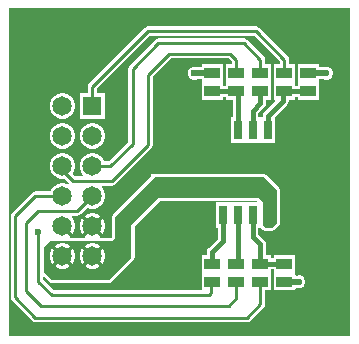
<source format=gtl>
G04*
G04 #@! TF.GenerationSoftware,Altium Limited,Altium Designer,23.4.1 (23)*
G04*
G04 Layer_Physical_Order=1*
G04 Layer_Color=255*
%FSLAX43Y43*%
%MOMM*%
G71*
G04*
G04 #@! TF.SameCoordinates,B8DC0AD9-165B-4E50-B3CF-A5D0C9A40CC4*
G04*
G04*
G04 #@! TF.FilePolarity,Positive*
G04*
G01*
G75*
%ADD12R,0.650X1.650*%
%ADD13R,1.350X0.950*%
%ADD14R,1.456X1.305*%
%ADD19C,0.254*%
%ADD20C,0.500*%
%ADD21C,0.400*%
%ADD22C,1.650*%
%ADD23R,1.650X1.650*%
%ADD24C,0.600*%
G36*
X54732Y74656D02*
X25786D01*
Y102433D01*
X54732D01*
Y74656D01*
D02*
G37*
%LPC*%
G36*
X46736Y100845D02*
X37592D01*
X37443Y100816D01*
X37317Y100732D01*
X32618Y96033D01*
X32534Y95907D01*
X32505Y95758D01*
Y95186D01*
X31814D01*
Y93028D01*
X33972D01*
Y95186D01*
X33281D01*
Y95597D01*
X37753Y100069D01*
X46575D01*
X48761Y97883D01*
Y97630D01*
X48220D01*
Y96207D01*
X48220Y96172D01*
Y96080D01*
X48220Y96045D01*
Y94622D01*
X48335D01*
X48384Y94505D01*
X47452Y93573D01*
X47352Y93423D01*
X47317Y93246D01*
X47237Y93154D01*
X47188D01*
X47173Y93154D01*
X47061D01*
X46945Y93217D01*
Y93534D01*
X47444Y94034D01*
X47444Y94034D01*
X47545Y94184D01*
X47580Y94361D01*
Y94622D01*
X48046D01*
Y96045D01*
X48046Y96080D01*
Y96172D01*
X48046Y96207D01*
Y97630D01*
X47505D01*
Y98044D01*
X47476Y98193D01*
X47392Y98319D01*
X45995Y99716D01*
X45869Y99800D01*
X45720Y99829D01*
X38481D01*
X38332Y99800D01*
X38206Y99716D01*
X36047Y97557D01*
X35963Y97431D01*
X35934Y97282D01*
Y91093D01*
X34256Y89415D01*
X33906D01*
X33898Y89443D01*
X33756Y89690D01*
X33556Y89890D01*
X33309Y90032D01*
X33035Y90106D01*
X32751D01*
X32477Y90032D01*
X32230Y89890D01*
X32030Y89690D01*
X31888Y89443D01*
X31814Y89169D01*
Y88885D01*
X31888Y88611D01*
X32030Y88364D01*
X32122Y88272D01*
X32069Y88145D01*
X31403D01*
X31200Y88348D01*
X31216Y88364D01*
X31358Y88611D01*
X31432Y88885D01*
Y89169D01*
X31358Y89443D01*
X31216Y89690D01*
X31016Y89890D01*
X30769Y90032D01*
X30495Y90106D01*
X30211D01*
X29937Y90032D01*
X29690Y89890D01*
X29490Y89690D01*
X29348Y89443D01*
X29274Y89169D01*
Y88885D01*
X29348Y88611D01*
X29490Y88364D01*
X29690Y88164D01*
X29937Y88022D01*
X30211Y87948D01*
X30495D01*
X30500Y87949D01*
X30867Y87583D01*
X30789Y87481D01*
X30769Y87492D01*
X30495Y87566D01*
X30211D01*
X29937Y87492D01*
X29690Y87350D01*
X29490Y87150D01*
X29348Y86903D01*
X29340Y86875D01*
X28067D01*
X27918Y86846D01*
X27792Y86762D01*
X26064Y85034D01*
X25980Y84908D01*
X25951Y84759D01*
Y77928D01*
X25980Y77779D01*
X26064Y77653D01*
X27792Y75925D01*
X27918Y75841D01*
X28067Y75812D01*
X45974D01*
X46123Y75841D01*
X46249Y75925D01*
X47392Y77068D01*
X47476Y77194D01*
X47505Y77343D01*
Y78493D01*
X48046D01*
Y79951D01*
X48046D01*
Y80043D01*
X48046D01*
Y80309D01*
X48220D01*
Y80078D01*
X48220Y80043D01*
Y79951D01*
X48220Y79916D01*
Y78493D01*
X50078D01*
Y78626D01*
X50205Y78691D01*
X50258Y78669D01*
X50478D01*
X50682Y78753D01*
X50838Y78909D01*
X50922Y79112D01*
Y79333D01*
X50838Y79536D01*
X50682Y79692D01*
X50478Y79777D01*
X50258D01*
X50205Y79755D01*
X50078Y79820D01*
X50078Y80043D01*
X50078Y80078D01*
Y81501D01*
X48220D01*
Y81235D01*
X48046D01*
Y81501D01*
X47580D01*
Y82423D01*
X47545Y82600D01*
X47444Y82750D01*
X47444Y82750D01*
X46945Y83250D01*
Y83770D01*
X47026Y83788D01*
X47072Y83794D01*
X47180Y83776D01*
X47188Y83764D01*
X47297Y83655D01*
X47318Y83641D01*
X47336Y83623D01*
X47360Y83613D01*
X47381Y83599D01*
X47382Y83598D01*
X47423Y83582D01*
X47424Y83581D01*
X47450Y83576D01*
X47473Y83566D01*
X47499Y83566D01*
X47523Y83561D01*
X48082D01*
X48082Y83561D01*
X48107Y83561D01*
X48133Y83566D01*
X48158Y83566D01*
X48173Y83572D01*
X48189Y83574D01*
X48189Y83574D01*
X48197Y83579D01*
X48207Y83581D01*
X48208Y83582D01*
X48208Y83582D01*
X48249Y83598D01*
X48250Y83599D01*
X48271Y83613D01*
X48295Y83623D01*
X48313Y83641D01*
X48334Y83655D01*
X48352Y83673D01*
X48352Y83673D01*
X48352Y83673D01*
X48679Y84000D01*
X48693Y84021D01*
X48711Y84039D01*
X48721Y84063D01*
X48735Y84084D01*
X48736Y84085D01*
X48752Y84126D01*
X48753Y84127D01*
X48758Y84153D01*
X48768Y84176D01*
X48768Y84202D01*
X48773Y84227D01*
Y86944D01*
X48773Y86944D01*
X48773Y86969D01*
X48768Y86995D01*
X48768Y87020D01*
X48762Y87035D01*
X48760Y87051D01*
X48760Y87051D01*
X48755Y87059D01*
X48753Y87069D01*
X48752Y87070D01*
X48752Y87070D01*
X48736Y87111D01*
X48735Y87112D01*
X48721Y87133D01*
X48711Y87157D01*
X48693Y87175D01*
X48679Y87196D01*
X48661Y87214D01*
X48661Y87214D01*
X48661Y87214D01*
X47623Y88252D01*
X47602Y88266D01*
X47584Y88284D01*
X47560Y88294D01*
X47539Y88308D01*
X47537Y88309D01*
X47497Y88326D01*
X47495Y88326D01*
X47470Y88331D01*
X47447Y88341D01*
X47421Y88341D01*
X47396Y88346D01*
X38202D01*
X38177Y88341D01*
X38151Y88341D01*
X38144Y88340D01*
X38144Y88340D01*
X38119Y88335D01*
X38096Y88325D01*
X38079Y88322D01*
X37880D01*
Y88157D01*
X34633Y84910D01*
X34619Y84889D01*
X34601Y84871D01*
X34591Y84847D01*
X34577Y84826D01*
X34576Y84825D01*
X34560Y84784D01*
X34559Y84783D01*
X34554Y84757D01*
X34544Y84734D01*
X34544Y84708D01*
X34539Y84683D01*
Y84367D01*
X34539Y83038D01*
X34437Y82936D01*
X33554D01*
X33520Y83063D01*
X33548Y83079D01*
X32893Y83735D01*
X32238Y83079D01*
X32266Y83063D01*
X32232Y82936D01*
X31014D01*
X30980Y83063D01*
X31008Y83079D01*
X30247Y83841D01*
X30459Y84053D01*
X31221Y83292D01*
X31358Y83531D01*
X31432Y83805D01*
Y84089D01*
X31358Y84363D01*
X31216Y84610D01*
X31124Y84702D01*
X31177Y84829D01*
X31623D01*
X31772Y84858D01*
X31898Y84942D01*
X32451Y85496D01*
X32477Y85482D01*
X32751Y85408D01*
X33035D01*
X33309Y85482D01*
X33556Y85624D01*
X33756Y85824D01*
X33898Y86071D01*
X33972Y86345D01*
Y86629D01*
X33898Y86903D01*
X33756Y87150D01*
X33664Y87242D01*
X33717Y87369D01*
X34544D01*
X34693Y87398D01*
X34819Y87482D01*
X37867Y90530D01*
X37951Y90656D01*
X37980Y90805D01*
Y96613D01*
X39531Y98164D01*
X44416D01*
X44697Y97883D01*
Y97630D01*
X44156D01*
Y96207D01*
X44156Y96172D01*
Y96080D01*
X44156Y96045D01*
Y95814D01*
X43982D01*
Y96045D01*
X43982Y96080D01*
Y96172D01*
X43982Y96207D01*
Y97630D01*
X42124D01*
Y97415D01*
X41736D01*
X41639Y97455D01*
X41419D01*
X41215Y97371D01*
X41059Y97215D01*
X40975Y97011D01*
Y96791D01*
X41059Y96587D01*
X41215Y96431D01*
X41419Y96347D01*
X41639D01*
X41736Y96387D01*
X42124D01*
Y96207D01*
X42124Y96172D01*
Y96080D01*
X42124Y96045D01*
Y94622D01*
X43982D01*
Y94888D01*
X44156D01*
Y94622D01*
X44749D01*
Y93154D01*
X44633D01*
Y90996D01*
X45776D01*
X45791Y90996D01*
X45903D01*
X45918Y90996D01*
X47046D01*
X47061Y90996D01*
X47173D01*
X47188Y90996D01*
X48331D01*
Y93142D01*
X49372Y94183D01*
X49372Y94183D01*
X49472Y94333D01*
X49507Y94510D01*
X49547Y94622D01*
X50078D01*
Y94888D01*
X50252D01*
Y94622D01*
X52110D01*
Y96045D01*
X52110Y96080D01*
Y96172D01*
X52110Y96207D01*
Y96387D01*
X52498D01*
X52595Y96347D01*
X52815D01*
X53019Y96431D01*
X53175Y96587D01*
X53259Y96791D01*
Y97011D01*
X53175Y97215D01*
X53019Y97371D01*
X52815Y97455D01*
X52595D01*
X52498Y97415D01*
X52110D01*
Y97630D01*
X50252D01*
Y96207D01*
X50252Y96172D01*
Y96080D01*
X50252Y96045D01*
Y95814D01*
X50078D01*
Y96045D01*
X50078Y96080D01*
Y96172D01*
X50078Y96207D01*
Y97630D01*
X49537D01*
Y98044D01*
X49508Y98193D01*
X49424Y98319D01*
X47011Y100732D01*
X46885Y100816D01*
X46736Y100845D01*
D02*
G37*
G36*
X30495Y95186D02*
X30211D01*
X29937Y95112D01*
X29690Y94970D01*
X29490Y94770D01*
X29348Y94523D01*
X29274Y94249D01*
Y93965D01*
X29348Y93691D01*
X29490Y93444D01*
X29690Y93244D01*
X29937Y93102D01*
X30211Y93028D01*
X30495D01*
X30769Y93102D01*
X31016Y93244D01*
X31216Y93444D01*
X31358Y93691D01*
X31432Y93965D01*
Y94249D01*
X31358Y94523D01*
X31216Y94770D01*
X31016Y94970D01*
X30769Y95112D01*
X30495Y95186D01*
D02*
G37*
G36*
X33035Y92646D02*
X32751D01*
X32477Y92572D01*
X32230Y92430D01*
X32030Y92230D01*
X31888Y91983D01*
X31814Y91709D01*
Y91425D01*
X31888Y91151D01*
X32030Y90904D01*
X32230Y90704D01*
X32477Y90562D01*
X32751Y90488D01*
X33035D01*
X33309Y90562D01*
X33556Y90704D01*
X33756Y90904D01*
X33898Y91151D01*
X33972Y91425D01*
Y91709D01*
X33898Y91983D01*
X33756Y92230D01*
X33556Y92430D01*
X33309Y92572D01*
X33035Y92646D01*
D02*
G37*
G36*
X30495D02*
X30211D01*
X29937Y92572D01*
X29690Y92430D01*
X29490Y92230D01*
X29348Y91983D01*
X29274Y91709D01*
Y91425D01*
X29348Y91151D01*
X29490Y90904D01*
X29690Y90704D01*
X29937Y90562D01*
X30211Y90488D01*
X30495D01*
X30769Y90562D01*
X31016Y90704D01*
X31216Y90904D01*
X31358Y91151D01*
X31432Y91425D01*
Y91709D01*
X31358Y91983D01*
X31216Y92230D01*
X31016Y92430D01*
X30769Y92572D01*
X30495Y92646D01*
D02*
G37*
G36*
X33035Y85026D02*
X32751D01*
X32477Y84952D01*
X32238Y84815D01*
X32893Y84159D01*
X33548Y84815D01*
X33309Y84952D01*
X33035Y85026D01*
D02*
G37*
G36*
X32025Y84602D02*
X31888Y84363D01*
X31814Y84089D01*
Y83805D01*
X31888Y83531D01*
X32025Y83292D01*
X32681Y83947D01*
X32025Y84602D01*
D02*
G37*
G36*
X33761Y84602D02*
X33105Y83947D01*
X33761Y83292D01*
X33898Y83531D01*
X33972Y83805D01*
Y84089D01*
X33898Y84363D01*
X33761Y84602D01*
D02*
G37*
%LPD*%
G36*
X46801Y86081D02*
X46733Y85954D01*
X45918D01*
X45903Y85954D01*
X45791D01*
X45776Y85954D01*
X44648D01*
X44633Y85954D01*
X44521D01*
X44506Y85954D01*
X43363D01*
Y83796D01*
X43479D01*
Y82869D01*
X42726Y82115D01*
X42625Y81965D01*
X42590Y81788D01*
X42590Y81788D01*
Y81501D01*
X42124D01*
Y80078D01*
X42124Y80043D01*
Y79951D01*
X42124Y79916D01*
Y78493D01*
X29625D01*
X28709Y79409D01*
Y79597D01*
X28827Y79646D01*
X29263Y79210D01*
X29284Y79196D01*
X29302Y79178D01*
X29326Y79168D01*
X29347Y79154D01*
X29348Y79153D01*
X29389Y79137D01*
X29390Y79136D01*
X29416Y79131D01*
X29439Y79121D01*
X29465Y79121D01*
X29490Y79116D01*
X34239D01*
X34239Y79116D01*
X34264Y79116D01*
X34290Y79121D01*
X34315Y79121D01*
X34330Y79127D01*
X34346Y79129D01*
X34346Y79129D01*
X34354Y79134D01*
X34364Y79136D01*
X34365Y79137D01*
X34365Y79137D01*
X34406Y79153D01*
X34407Y79154D01*
X34428Y79168D01*
X34452Y79178D01*
X34470Y79196D01*
X34491Y79210D01*
X34509Y79228D01*
X34509Y79228D01*
X34509Y79228D01*
X36360Y81079D01*
X36374Y81100D01*
X36392Y81118D01*
X36402Y81142D01*
X36416Y81163D01*
X36417Y81164D01*
X36433Y81205D01*
X36434Y81206D01*
X36439Y81232D01*
X36449Y81255D01*
X36449Y81281D01*
X36454Y81305D01*
Y83967D01*
X38588Y86101D01*
X46787D01*
X46801Y86081D01*
D02*
G37*
G36*
X47398Y88086D02*
X47438Y88069D01*
X47440Y88069D01*
X48478Y87031D01*
X48496Y87013D01*
X48496Y87012D01*
X48513Y86971D01*
X48514Y86969D01*
X48514Y86969D01*
X48514Y86944D01*
X48514Y86944D01*
Y84227D01*
X48513Y84225D01*
X48496Y84184D01*
X48496Y84183D01*
X48169Y83856D01*
X48151Y83838D01*
X48150Y83838D01*
X48109Y83821D01*
X48107Y83820D01*
X48107Y83820D01*
X48082Y83820D01*
X48082Y83820D01*
X47523D01*
X47522Y83821D01*
X47481Y83838D01*
X47480Y83838D01*
X47371Y83947D01*
Y85979D01*
X46990Y86360D01*
X38481D01*
X36195Y84074D01*
Y81305D01*
X36194Y81304D01*
X36177Y81263D01*
X36177Y81262D01*
X34326Y79411D01*
X34308Y79393D01*
X34307Y79393D01*
X34266Y79376D01*
X34264Y79375D01*
X34264Y79375D01*
X34239Y79375D01*
X34239Y79375D01*
X29490D01*
X29488Y79376D01*
X29447Y79393D01*
X29446Y79393D01*
X28829Y80010D01*
Y82169D01*
X29337Y82677D01*
X34544D01*
X34798Y82931D01*
X34798Y84367D01*
Y84683D01*
X34799Y84685D01*
X34816Y84726D01*
X34816Y84727D01*
X38170Y88081D01*
X38195Y88086D01*
X38195Y88086D01*
X38202Y88087D01*
X47396D01*
X47398Y88086D01*
D02*
G37*
%LPC*%
G36*
X33035Y82486D02*
X32751D01*
X32477Y82412D01*
X32238Y82275D01*
X32893Y81619D01*
X33548Y82275D01*
X33309Y82412D01*
X33035Y82486D01*
D02*
G37*
G36*
X30495D02*
X30211D01*
X29937Y82412D01*
X29698Y82275D01*
X30353Y81619D01*
X31008Y82275D01*
X30769Y82412D01*
X30495Y82486D01*
D02*
G37*
G36*
X29485Y82062D02*
X29348Y81823D01*
X29274Y81549D01*
Y81265D01*
X29348Y80991D01*
X29485Y80752D01*
X30141Y81407D01*
X29485Y82062D01*
D02*
G37*
G36*
X32025D02*
X31888Y81823D01*
X31814Y81549D01*
Y81265D01*
X31888Y80991D01*
X32025Y80752D01*
X32681Y81407D01*
X32025Y82062D01*
D02*
G37*
G36*
X33761Y82062D02*
X33105Y81407D01*
X33761Y80752D01*
X33898Y80991D01*
X33972Y81265D01*
Y81549D01*
X33898Y81823D01*
X33761Y82062D01*
D02*
G37*
G36*
X31221D02*
X30565Y81407D01*
X31221Y80752D01*
X31358Y80991D01*
X31432Y81265D01*
Y81549D01*
X31358Y81823D01*
X31221Y82062D01*
D02*
G37*
G36*
X32893Y81195D02*
X32238Y80539D01*
X32477Y80402D01*
X32751Y80328D01*
X33035D01*
X33309Y80402D01*
X33548Y80539D01*
X32893Y81195D01*
D02*
G37*
G36*
X30353D02*
X29698Y80539D01*
X29937Y80402D01*
X30211Y80328D01*
X30495D01*
X30769Y80402D01*
X31008Y80539D01*
X30353Y81195D01*
D02*
G37*
%LPD*%
D12*
X47752Y92075D02*
D03*
X46482D02*
D03*
X45212D02*
D03*
X43942D02*
D03*
Y84875D02*
D03*
X45212D02*
D03*
X46482D02*
D03*
X47752D02*
D03*
D13*
X51181Y96901D02*
D03*
Y95351D02*
D03*
X47117D02*
D03*
Y96901D02*
D03*
X49149Y95351D02*
D03*
Y96901D02*
D03*
X45085Y79222D02*
D03*
Y80772D02*
D03*
X43053Y79222D02*
D03*
Y80772D02*
D03*
X47117Y79222D02*
D03*
Y80772D02*
D03*
X49149D02*
D03*
Y79222D02*
D03*
X43053Y95351D02*
D03*
Y96901D02*
D03*
X45085Y95351D02*
D03*
Y96901D02*
D03*
D14*
X41529Y87415D02*
D03*
Y89027D02*
D03*
X38862Y87415D02*
D03*
Y89027D02*
D03*
D19*
X34544Y87757D02*
X37592Y90805D01*
Y96774D01*
X39370Y98552D01*
X36322Y90932D02*
Y97282D01*
X34417Y89027D02*
X36322Y90932D01*
Y97282D02*
X38481Y99441D01*
X32893Y89027D02*
X34417D01*
X31242Y87757D02*
X34544D01*
X28067Y76200D02*
X45974D01*
X26339Y77928D02*
Y84759D01*
Y77928D02*
X28067Y76200D01*
X28575Y77216D02*
X44450D01*
X27305Y78486D02*
Y84201D01*
Y78486D02*
X28575Y77216D01*
X28321Y79248D02*
X29464Y78105D01*
X28321Y79248D02*
Y83439D01*
X27305Y84201D02*
X28321Y85217D01*
X29464Y78105D02*
X42777D01*
X28321Y85217D02*
X31623D01*
X26339Y84759D02*
X28067Y86487D01*
X30353D01*
X42926Y78254D02*
Y79095D01*
X42777Y78105D02*
X42926Y78254D01*
Y79095D02*
X43053Y79222D01*
X31623Y85217D02*
X32893Y86487D01*
X44450Y77216D02*
X45085Y77851D01*
X47117Y77343D02*
Y79222D01*
X45974Y76200D02*
X47117Y77343D01*
X45085Y77851D02*
Y79222D01*
X46736Y100457D02*
X49149Y98044D01*
Y96901D02*
Y98044D01*
X37592Y100457D02*
X46736D01*
X38481Y99441D02*
X45720D01*
X47117Y96901D02*
Y98044D01*
X45720Y99441D02*
X47117Y98044D01*
X44577Y98552D02*
X45085Y98044D01*
Y96901D02*
Y98044D01*
X39370Y98552D02*
X44577D01*
X32893Y94107D02*
Y95758D01*
X37592Y100457D01*
X30353Y88649D02*
Y89027D01*
Y88649D02*
X30761Y88241D01*
Y88238D02*
Y88241D01*
Y88238D02*
X31242Y87757D01*
D20*
X49149Y79222D02*
X49149Y79222D01*
X50368D01*
X50368Y79223D01*
X41529Y96901D02*
X43053D01*
X51181D02*
X52705D01*
D21*
X47117Y80772D02*
X49149D01*
X47117D02*
Y82423D01*
X46482Y83058D02*
X47117Y82423D01*
X46482Y83058D02*
Y84875D01*
X45212Y80899D02*
Y84875D01*
X45085Y80772D02*
X45212Y80899D01*
X43053Y80772D02*
Y81788D01*
X43942Y82677D02*
Y84875D01*
X43053Y81788D02*
X43942Y82677D01*
X47752Y92075D02*
X47780Y92103D01*
Y93246D01*
X49044Y94510D01*
Y95246D01*
X49149Y95351D01*
X51181D01*
X47117Y94361D02*
Y95351D01*
X46482Y93726D02*
X47117Y94361D01*
X46482Y92075D02*
Y93726D01*
X45212Y92075D02*
Y95224D01*
X45085Y95351D02*
X45212Y95224D01*
X43053Y95351D02*
X45085D01*
D22*
X30353Y86487D02*
D03*
X32893D02*
D03*
X30353Y91567D02*
D03*
X32893D02*
D03*
X30353Y94107D02*
D03*
X32893Y89027D02*
D03*
X30353D02*
D03*
X32893Y83947D02*
D03*
Y81407D02*
D03*
X30353Y83947D02*
D03*
Y81407D02*
D03*
D23*
X32893Y94107D02*
D03*
D24*
X53315Y101803D02*
D03*
X52045Y99263D02*
D03*
X53315Y91643D02*
D03*
X52045Y89103D02*
D03*
X53315Y86563D02*
D03*
X52045Y84023D02*
D03*
X53315Y81483D02*
D03*
X52045Y78943D02*
D03*
X50775Y101803D02*
D03*
X49505Y99263D02*
D03*
Y89103D02*
D03*
X50775Y86563D02*
D03*
X49505Y84023D02*
D03*
X48235Y101803D02*
D03*
X46965Y89103D02*
D03*
X45695Y101803D02*
D03*
X44425Y94183D02*
D03*
Y89103D02*
D03*
X43155Y101803D02*
D03*
X41885Y94183D02*
D03*
X43155Y91643D02*
D03*
X41885Y84023D02*
D03*
X40615Y101803D02*
D03*
Y96723D02*
D03*
X39345Y94183D02*
D03*
X40615Y91643D02*
D03*
X39345Y84023D02*
D03*
X40615Y81483D02*
D03*
X39345Y78943D02*
D03*
X38075Y101803D02*
D03*
Y81483D02*
D03*
X36805Y78943D02*
D03*
X35535Y101803D02*
D03*
X34265Y99263D02*
D03*
X35535Y96723D02*
D03*
Y91643D02*
D03*
Y86563D02*
D03*
X32995Y101803D02*
D03*
X31725Y99263D02*
D03*
X30455Y101803D02*
D03*
X29185Y99263D02*
D03*
X30455Y96723D02*
D03*
X27915Y101803D02*
D03*
X26645Y99263D02*
D03*
X27915Y96723D02*
D03*
X26645Y94183D02*
D03*
X27915Y91643D02*
D03*
X26645Y89103D02*
D03*
X47650Y87249D02*
D03*
X50368Y79223D02*
D03*
X28321Y83439D02*
D03*
X41529Y96901D02*
D03*
X52705D02*
D03*
M02*

</source>
